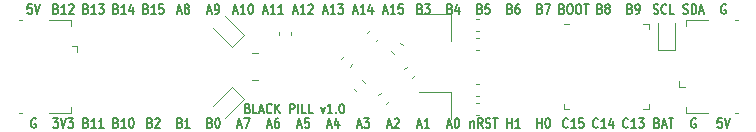
<source format=gbr>
G04 #@! TF.GenerationSoftware,KiCad,Pcbnew,(5.1.2)-2*
G04 #@! TF.CreationDate,2019-08-07T20:06:56+08:00*
G04 #@! TF.ProjectId,pillf4,70696c6c-6634-42e6-9b69-6361645f7063,rev?*
G04 #@! TF.SameCoordinates,PXffeaaef8PYff89ca48*
G04 #@! TF.FileFunction,Legend,Top*
G04 #@! TF.FilePolarity,Positive*
%FSLAX46Y46*%
G04 Gerber Fmt 4.6, Leading zero omitted, Abs format (unit mm)*
G04 Created by KiCad (PCBNEW (5.1.2)-2) date 2019-08-07 20:06:56*
%MOMM*%
%LPD*%
G04 APERTURE LIST*
%ADD10C,0.160000*%
%ADD11C,0.120000*%
G04 APERTURE END LIST*
D10*
X19547000Y-11288428D02*
X19647000Y-11327476D01*
X19680333Y-11366523D01*
X19713666Y-11444619D01*
X19713666Y-11561761D01*
X19680333Y-11639857D01*
X19647000Y-11678904D01*
X19580333Y-11717952D01*
X19313666Y-11717952D01*
X19313666Y-10897952D01*
X19547000Y-10897952D01*
X19613666Y-10937000D01*
X19647000Y-10976047D01*
X19680333Y-11054142D01*
X19680333Y-11132238D01*
X19647000Y-11210333D01*
X19613666Y-11249380D01*
X19547000Y-11288428D01*
X19313666Y-11288428D01*
X20347000Y-11717952D02*
X20013666Y-11717952D01*
X20013666Y-10897952D01*
X20547000Y-11483666D02*
X20880333Y-11483666D01*
X20480333Y-11717952D02*
X20713666Y-10897952D01*
X20947000Y-11717952D01*
X21580333Y-11639857D02*
X21547000Y-11678904D01*
X21447000Y-11717952D01*
X21380333Y-11717952D01*
X21280333Y-11678904D01*
X21213666Y-11600809D01*
X21180333Y-11522714D01*
X21147000Y-11366523D01*
X21147000Y-11249380D01*
X21180333Y-11093190D01*
X21213666Y-11015095D01*
X21280333Y-10937000D01*
X21380333Y-10897952D01*
X21447000Y-10897952D01*
X21547000Y-10937000D01*
X21580333Y-10976047D01*
X21880333Y-11717952D02*
X21880333Y-10897952D01*
X22280333Y-11717952D02*
X21980333Y-11249380D01*
X22280333Y-10897952D02*
X21880333Y-11366523D01*
X23113666Y-11717952D02*
X23113666Y-10897952D01*
X23380333Y-10897952D01*
X23447000Y-10937000D01*
X23480333Y-10976047D01*
X23513666Y-11054142D01*
X23513666Y-11171285D01*
X23480333Y-11249380D01*
X23447000Y-11288428D01*
X23380333Y-11327476D01*
X23113666Y-11327476D01*
X23813666Y-11717952D02*
X23813666Y-10897952D01*
X24480333Y-11717952D02*
X24147000Y-11717952D01*
X24147000Y-10897952D01*
X25047000Y-11717952D02*
X24713666Y-11717952D01*
X24713666Y-10897952D01*
X25747000Y-11171285D02*
X25913666Y-11717952D01*
X26080333Y-11171285D01*
X26713666Y-11717952D02*
X26313666Y-11717952D01*
X26513666Y-11717952D02*
X26513666Y-10897952D01*
X26447000Y-11015095D01*
X26380333Y-11093190D01*
X26313666Y-11132238D01*
X27013666Y-11639857D02*
X27047000Y-11678904D01*
X27013666Y-11717952D01*
X26980333Y-11678904D01*
X27013666Y-11639857D01*
X27013666Y-11717952D01*
X27480333Y-10897952D02*
X27547000Y-10897952D01*
X27613666Y-10937000D01*
X27647000Y-10976047D01*
X27680333Y-11054142D01*
X27713666Y-11210333D01*
X27713666Y-11405571D01*
X27680333Y-11561761D01*
X27647000Y-11639857D01*
X27613666Y-11678904D01*
X27547000Y-11717952D01*
X27480333Y-11717952D01*
X27413666Y-11678904D01*
X27380333Y-11639857D01*
X27347000Y-11561761D01*
X27313666Y-11405571D01*
X27313666Y-11210333D01*
X27347000Y-11054142D01*
X27380333Y-10976047D01*
X27413666Y-10937000D01*
X27480333Y-10897952D01*
X1580333Y-12163000D02*
X1513666Y-12123952D01*
X1413666Y-12123952D01*
X1313667Y-12163000D01*
X1247000Y-12241095D01*
X1213667Y-12319190D01*
X1180334Y-12475380D01*
X1180334Y-12592523D01*
X1213667Y-12748714D01*
X1247000Y-12826809D01*
X1313667Y-12904904D01*
X1413666Y-12943952D01*
X1480333Y-12943952D01*
X1580333Y-12904904D01*
X1613666Y-12865857D01*
X1613666Y-12592523D01*
X1480333Y-12592523D01*
X3070333Y-12123952D02*
X3503666Y-12123952D01*
X3270333Y-12436333D01*
X3370333Y-12436333D01*
X3437000Y-12475380D01*
X3470333Y-12514428D01*
X3503666Y-12592523D01*
X3503666Y-12787761D01*
X3470333Y-12865857D01*
X3437000Y-12904904D01*
X3370333Y-12943952D01*
X3170333Y-12943952D01*
X3103666Y-12904904D01*
X3070333Y-12865857D01*
X3703666Y-12123952D02*
X3937000Y-12943952D01*
X4170333Y-12123952D01*
X4337000Y-12123952D02*
X4770333Y-12123952D01*
X4537000Y-12436333D01*
X4637000Y-12436333D01*
X4703666Y-12475380D01*
X4737000Y-12514428D01*
X4770333Y-12592523D01*
X4770333Y-12787761D01*
X4737000Y-12865857D01*
X4703666Y-12904904D01*
X4637000Y-12943952D01*
X4437000Y-12943952D01*
X4370333Y-12904904D01*
X4337000Y-12865857D01*
X5860333Y-12514428D02*
X5960333Y-12553476D01*
X5993666Y-12592523D01*
X6027000Y-12670619D01*
X6027000Y-12787761D01*
X5993666Y-12865857D01*
X5960333Y-12904904D01*
X5893666Y-12943952D01*
X5627000Y-12943952D01*
X5627000Y-12123952D01*
X5860333Y-12123952D01*
X5927000Y-12163000D01*
X5960333Y-12202047D01*
X5993666Y-12280142D01*
X5993666Y-12358238D01*
X5960333Y-12436333D01*
X5927000Y-12475380D01*
X5860333Y-12514428D01*
X5627000Y-12514428D01*
X6693666Y-12943952D02*
X6293666Y-12943952D01*
X6493666Y-12943952D02*
X6493666Y-12123952D01*
X6427000Y-12241095D01*
X6360333Y-12319190D01*
X6293666Y-12358238D01*
X7360333Y-12943952D02*
X6960333Y-12943952D01*
X7160333Y-12943952D02*
X7160333Y-12123952D01*
X7093666Y-12241095D01*
X7027000Y-12319190D01*
X6960333Y-12358238D01*
X8400333Y-12514428D02*
X8500333Y-12553476D01*
X8533666Y-12592523D01*
X8567000Y-12670619D01*
X8567000Y-12787761D01*
X8533666Y-12865857D01*
X8500333Y-12904904D01*
X8433666Y-12943952D01*
X8167000Y-12943952D01*
X8167000Y-12123952D01*
X8400333Y-12123952D01*
X8467000Y-12163000D01*
X8500333Y-12202047D01*
X8533666Y-12280142D01*
X8533666Y-12358238D01*
X8500333Y-12436333D01*
X8467000Y-12475380D01*
X8400333Y-12514428D01*
X8167000Y-12514428D01*
X9233666Y-12943952D02*
X8833666Y-12943952D01*
X9033666Y-12943952D02*
X9033666Y-12123952D01*
X8967000Y-12241095D01*
X8900333Y-12319190D01*
X8833666Y-12358238D01*
X9667000Y-12123952D02*
X9733666Y-12123952D01*
X9800333Y-12163000D01*
X9833666Y-12202047D01*
X9867000Y-12280142D01*
X9900333Y-12436333D01*
X9900333Y-12631571D01*
X9867000Y-12787761D01*
X9833666Y-12865857D01*
X9800333Y-12904904D01*
X9733666Y-12943952D01*
X9667000Y-12943952D01*
X9600333Y-12904904D01*
X9567000Y-12865857D01*
X9533666Y-12787761D01*
X9500333Y-12631571D01*
X9500333Y-12436333D01*
X9533666Y-12280142D01*
X9567000Y-12202047D01*
X9600333Y-12163000D01*
X9667000Y-12123952D01*
X11273666Y-12514428D02*
X11373666Y-12553476D01*
X11407000Y-12592523D01*
X11440333Y-12670619D01*
X11440333Y-12787761D01*
X11407000Y-12865857D01*
X11373666Y-12904904D01*
X11307000Y-12943952D01*
X11040333Y-12943952D01*
X11040333Y-12123952D01*
X11273666Y-12123952D01*
X11340333Y-12163000D01*
X11373666Y-12202047D01*
X11407000Y-12280142D01*
X11407000Y-12358238D01*
X11373666Y-12436333D01*
X11340333Y-12475380D01*
X11273666Y-12514428D01*
X11040333Y-12514428D01*
X11707000Y-12202047D02*
X11740333Y-12163000D01*
X11807000Y-12123952D01*
X11973666Y-12123952D01*
X12040333Y-12163000D01*
X12073666Y-12202047D01*
X12107000Y-12280142D01*
X12107000Y-12358238D01*
X12073666Y-12475380D01*
X11673666Y-12943952D01*
X12107000Y-12943952D01*
X13813666Y-12514428D02*
X13913666Y-12553476D01*
X13947000Y-12592523D01*
X13980333Y-12670619D01*
X13980333Y-12787761D01*
X13947000Y-12865857D01*
X13913666Y-12904904D01*
X13847000Y-12943952D01*
X13580333Y-12943952D01*
X13580333Y-12123952D01*
X13813666Y-12123952D01*
X13880333Y-12163000D01*
X13913666Y-12202047D01*
X13947000Y-12280142D01*
X13947000Y-12358238D01*
X13913666Y-12436333D01*
X13880333Y-12475380D01*
X13813666Y-12514428D01*
X13580333Y-12514428D01*
X14647000Y-12943952D02*
X14247000Y-12943952D01*
X14447000Y-12943952D02*
X14447000Y-12123952D01*
X14380333Y-12241095D01*
X14313666Y-12319190D01*
X14247000Y-12358238D01*
X16353666Y-12514428D02*
X16453666Y-12553476D01*
X16487000Y-12592523D01*
X16520333Y-12670619D01*
X16520333Y-12787761D01*
X16487000Y-12865857D01*
X16453666Y-12904904D01*
X16387000Y-12943952D01*
X16120333Y-12943952D01*
X16120333Y-12123952D01*
X16353666Y-12123952D01*
X16420333Y-12163000D01*
X16453666Y-12202047D01*
X16487000Y-12280142D01*
X16487000Y-12358238D01*
X16453666Y-12436333D01*
X16420333Y-12475380D01*
X16353666Y-12514428D01*
X16120333Y-12514428D01*
X16953666Y-12123952D02*
X17020333Y-12123952D01*
X17087000Y-12163000D01*
X17120333Y-12202047D01*
X17153666Y-12280142D01*
X17187000Y-12436333D01*
X17187000Y-12631571D01*
X17153666Y-12787761D01*
X17120333Y-12865857D01*
X17087000Y-12904904D01*
X17020333Y-12943952D01*
X16953666Y-12943952D01*
X16887000Y-12904904D01*
X16853666Y-12865857D01*
X16820333Y-12787761D01*
X16787000Y-12631571D01*
X16787000Y-12436333D01*
X16820333Y-12280142D01*
X16853666Y-12202047D01*
X16887000Y-12163000D01*
X16953666Y-12123952D01*
X18677000Y-12709666D02*
X19010333Y-12709666D01*
X18610333Y-12943952D02*
X18843666Y-12123952D01*
X19077000Y-12943952D01*
X19243666Y-12123952D02*
X19710333Y-12123952D01*
X19410333Y-12943952D01*
X21217000Y-12709666D02*
X21550333Y-12709666D01*
X21150333Y-12943952D02*
X21383666Y-12123952D01*
X21617000Y-12943952D01*
X22150333Y-12123952D02*
X22017000Y-12123952D01*
X21950333Y-12163000D01*
X21917000Y-12202047D01*
X21850333Y-12319190D01*
X21817000Y-12475380D01*
X21817000Y-12787761D01*
X21850333Y-12865857D01*
X21883666Y-12904904D01*
X21950333Y-12943952D01*
X22083666Y-12943952D01*
X22150333Y-12904904D01*
X22183666Y-12865857D01*
X22217000Y-12787761D01*
X22217000Y-12592523D01*
X22183666Y-12514428D01*
X22150333Y-12475380D01*
X22083666Y-12436333D01*
X21950333Y-12436333D01*
X21883666Y-12475380D01*
X21850333Y-12514428D01*
X21817000Y-12592523D01*
X23757000Y-12709666D02*
X24090333Y-12709666D01*
X23690333Y-12943952D02*
X23923666Y-12123952D01*
X24157000Y-12943952D01*
X24723666Y-12123952D02*
X24390333Y-12123952D01*
X24357000Y-12514428D01*
X24390333Y-12475380D01*
X24457000Y-12436333D01*
X24623666Y-12436333D01*
X24690333Y-12475380D01*
X24723666Y-12514428D01*
X24757000Y-12592523D01*
X24757000Y-12787761D01*
X24723666Y-12865857D01*
X24690333Y-12904904D01*
X24623666Y-12943952D01*
X24457000Y-12943952D01*
X24390333Y-12904904D01*
X24357000Y-12865857D01*
X26297000Y-12709666D02*
X26630333Y-12709666D01*
X26230333Y-12943952D02*
X26463666Y-12123952D01*
X26697000Y-12943952D01*
X27230333Y-12397285D02*
X27230333Y-12943952D01*
X27063666Y-12084904D02*
X26897000Y-12670619D01*
X27330333Y-12670619D01*
X28837000Y-12709666D02*
X29170333Y-12709666D01*
X28770333Y-12943952D02*
X29003666Y-12123952D01*
X29237000Y-12943952D01*
X29403666Y-12123952D02*
X29837000Y-12123952D01*
X29603666Y-12436333D01*
X29703666Y-12436333D01*
X29770333Y-12475380D01*
X29803666Y-12514428D01*
X29837000Y-12592523D01*
X29837000Y-12787761D01*
X29803666Y-12865857D01*
X29770333Y-12904904D01*
X29703666Y-12943952D01*
X29503666Y-12943952D01*
X29437000Y-12904904D01*
X29403666Y-12865857D01*
X31377000Y-12709666D02*
X31710333Y-12709666D01*
X31310333Y-12943952D02*
X31543666Y-12123952D01*
X31777000Y-12943952D01*
X31977000Y-12202047D02*
X32010333Y-12163000D01*
X32077000Y-12123952D01*
X32243666Y-12123952D01*
X32310333Y-12163000D01*
X32343666Y-12202047D01*
X32377000Y-12280142D01*
X32377000Y-12358238D01*
X32343666Y-12475380D01*
X31943666Y-12943952D01*
X32377000Y-12943952D01*
X33917000Y-12709666D02*
X34250333Y-12709666D01*
X33850333Y-12943952D02*
X34083666Y-12123952D01*
X34317000Y-12943952D01*
X34917000Y-12943952D02*
X34517000Y-12943952D01*
X34717000Y-12943952D02*
X34717000Y-12123952D01*
X34650333Y-12241095D01*
X34583666Y-12319190D01*
X34517000Y-12358238D01*
X36457000Y-12709666D02*
X36790333Y-12709666D01*
X36390333Y-12943952D02*
X36623666Y-12123952D01*
X36857000Y-12943952D01*
X37223666Y-12123952D02*
X37290333Y-12123952D01*
X37357000Y-12163000D01*
X37390333Y-12202047D01*
X37423666Y-12280142D01*
X37457000Y-12436333D01*
X37457000Y-12631571D01*
X37423666Y-12787761D01*
X37390333Y-12865857D01*
X37357000Y-12904904D01*
X37290333Y-12943952D01*
X37223666Y-12943952D01*
X37157000Y-12904904D01*
X37123666Y-12865857D01*
X37090333Y-12787761D01*
X37057000Y-12631571D01*
X37057000Y-12436333D01*
X37090333Y-12280142D01*
X37123666Y-12202047D01*
X37157000Y-12163000D01*
X37223666Y-12123952D01*
X38397000Y-12397285D02*
X38397000Y-12943952D01*
X38397000Y-12475380D02*
X38430333Y-12436333D01*
X38497000Y-12397285D01*
X38597000Y-12397285D01*
X38663666Y-12436333D01*
X38697000Y-12514428D01*
X38697000Y-12943952D01*
X39430333Y-12943952D02*
X39197000Y-12553476D01*
X39030333Y-12943952D02*
X39030333Y-12123952D01*
X39297000Y-12123952D01*
X39363666Y-12163000D01*
X39397000Y-12202047D01*
X39430333Y-12280142D01*
X39430333Y-12397285D01*
X39397000Y-12475380D01*
X39363666Y-12514428D01*
X39297000Y-12553476D01*
X39030333Y-12553476D01*
X39697000Y-12904904D02*
X39797000Y-12943952D01*
X39963666Y-12943952D01*
X40030333Y-12904904D01*
X40063666Y-12865857D01*
X40097000Y-12787761D01*
X40097000Y-12709666D01*
X40063666Y-12631571D01*
X40030333Y-12592523D01*
X39963666Y-12553476D01*
X39830333Y-12514428D01*
X39763666Y-12475380D01*
X39730333Y-12436333D01*
X39697000Y-12358238D01*
X39697000Y-12280142D01*
X39730333Y-12202047D01*
X39763666Y-12163000D01*
X39830333Y-12123952D01*
X39997000Y-12123952D01*
X40097000Y-12163000D01*
X40297000Y-12123952D02*
X40697000Y-12123952D01*
X40497000Y-12943952D02*
X40497000Y-12123952D01*
X41503666Y-12943952D02*
X41503666Y-12123952D01*
X41503666Y-12514428D02*
X41903666Y-12514428D01*
X41903666Y-12943952D02*
X41903666Y-12123952D01*
X42603666Y-12943952D02*
X42203666Y-12943952D01*
X42403666Y-12943952D02*
X42403666Y-12123952D01*
X42337000Y-12241095D01*
X42270333Y-12319190D01*
X42203666Y-12358238D01*
X44043666Y-12943952D02*
X44043666Y-12123952D01*
X44043666Y-12514428D02*
X44443666Y-12514428D01*
X44443666Y-12943952D02*
X44443666Y-12123952D01*
X44910333Y-12123952D02*
X44977000Y-12123952D01*
X45043666Y-12163000D01*
X45077000Y-12202047D01*
X45110333Y-12280142D01*
X45143666Y-12436333D01*
X45143666Y-12631571D01*
X45110333Y-12787761D01*
X45077000Y-12865857D01*
X45043666Y-12904904D01*
X44977000Y-12943952D01*
X44910333Y-12943952D01*
X44843666Y-12904904D01*
X44810333Y-12865857D01*
X44777000Y-12787761D01*
X44743666Y-12631571D01*
X44743666Y-12436333D01*
X44777000Y-12280142D01*
X44810333Y-12202047D01*
X44843666Y-12163000D01*
X44910333Y-12123952D01*
X46667000Y-12865857D02*
X46633666Y-12904904D01*
X46533666Y-12943952D01*
X46467000Y-12943952D01*
X46367000Y-12904904D01*
X46300333Y-12826809D01*
X46267000Y-12748714D01*
X46233666Y-12592523D01*
X46233666Y-12475380D01*
X46267000Y-12319190D01*
X46300333Y-12241095D01*
X46367000Y-12163000D01*
X46467000Y-12123952D01*
X46533666Y-12123952D01*
X46633666Y-12163000D01*
X46667000Y-12202047D01*
X47333666Y-12943952D02*
X46933666Y-12943952D01*
X47133666Y-12943952D02*
X47133666Y-12123952D01*
X47067000Y-12241095D01*
X47000333Y-12319190D01*
X46933666Y-12358238D01*
X47967000Y-12123952D02*
X47633666Y-12123952D01*
X47600333Y-12514428D01*
X47633666Y-12475380D01*
X47700333Y-12436333D01*
X47867000Y-12436333D01*
X47933666Y-12475380D01*
X47967000Y-12514428D01*
X48000333Y-12592523D01*
X48000333Y-12787761D01*
X47967000Y-12865857D01*
X47933666Y-12904904D01*
X47867000Y-12943952D01*
X47700333Y-12943952D01*
X47633666Y-12904904D01*
X47600333Y-12865857D01*
X49207000Y-12865857D02*
X49173666Y-12904904D01*
X49073666Y-12943952D01*
X49007000Y-12943952D01*
X48907000Y-12904904D01*
X48840333Y-12826809D01*
X48807000Y-12748714D01*
X48773666Y-12592523D01*
X48773666Y-12475380D01*
X48807000Y-12319190D01*
X48840333Y-12241095D01*
X48907000Y-12163000D01*
X49007000Y-12123952D01*
X49073666Y-12123952D01*
X49173666Y-12163000D01*
X49207000Y-12202047D01*
X49873666Y-12943952D02*
X49473666Y-12943952D01*
X49673666Y-12943952D02*
X49673666Y-12123952D01*
X49607000Y-12241095D01*
X49540333Y-12319190D01*
X49473666Y-12358238D01*
X50473666Y-12397285D02*
X50473666Y-12943952D01*
X50307000Y-12084904D02*
X50140333Y-12670619D01*
X50573666Y-12670619D01*
X51747000Y-12865857D02*
X51713666Y-12904904D01*
X51613666Y-12943952D01*
X51547000Y-12943952D01*
X51447000Y-12904904D01*
X51380333Y-12826809D01*
X51347000Y-12748714D01*
X51313666Y-12592523D01*
X51313666Y-12475380D01*
X51347000Y-12319190D01*
X51380333Y-12241095D01*
X51447000Y-12163000D01*
X51547000Y-12123952D01*
X51613666Y-12123952D01*
X51713666Y-12163000D01*
X51747000Y-12202047D01*
X52413666Y-12943952D02*
X52013666Y-12943952D01*
X52213666Y-12943952D02*
X52213666Y-12123952D01*
X52147000Y-12241095D01*
X52080333Y-12319190D01*
X52013666Y-12358238D01*
X52647000Y-12123952D02*
X53080333Y-12123952D01*
X52847000Y-12436333D01*
X52947000Y-12436333D01*
X53013666Y-12475380D01*
X53047000Y-12514428D01*
X53080333Y-12592523D01*
X53080333Y-12787761D01*
X53047000Y-12865857D01*
X53013666Y-12904904D01*
X52947000Y-12943952D01*
X52747000Y-12943952D01*
X52680333Y-12904904D01*
X52647000Y-12865857D01*
X54220333Y-12514428D02*
X54320333Y-12553476D01*
X54353666Y-12592523D01*
X54387000Y-12670619D01*
X54387000Y-12787761D01*
X54353666Y-12865857D01*
X54320333Y-12904904D01*
X54253666Y-12943952D01*
X53987000Y-12943952D01*
X53987000Y-12123952D01*
X54220333Y-12123952D01*
X54287000Y-12163000D01*
X54320333Y-12202047D01*
X54353666Y-12280142D01*
X54353666Y-12358238D01*
X54320333Y-12436333D01*
X54287000Y-12475380D01*
X54220333Y-12514428D01*
X53987000Y-12514428D01*
X54653666Y-12709666D02*
X54987000Y-12709666D01*
X54587000Y-12943952D02*
X54820333Y-12123952D01*
X55053666Y-12943952D01*
X55187000Y-12123952D02*
X55587000Y-12123952D01*
X55387000Y-12943952D02*
X55387000Y-12123952D01*
X57460333Y-12163000D02*
X57393666Y-12123952D01*
X57293666Y-12123952D01*
X57193666Y-12163000D01*
X57127000Y-12241095D01*
X57093666Y-12319190D01*
X57060333Y-12475380D01*
X57060333Y-12592523D01*
X57093666Y-12748714D01*
X57127000Y-12826809D01*
X57193666Y-12904904D01*
X57293666Y-12943952D01*
X57360333Y-12943952D01*
X57460333Y-12904904D01*
X57493666Y-12865857D01*
X57493666Y-12592523D01*
X57360333Y-12592523D01*
X59683666Y-12123952D02*
X59350333Y-12123952D01*
X59317000Y-12514428D01*
X59350333Y-12475380D01*
X59417000Y-12436333D01*
X59583666Y-12436333D01*
X59650333Y-12475380D01*
X59683666Y-12514428D01*
X59717000Y-12592523D01*
X59717000Y-12787761D01*
X59683666Y-12865857D01*
X59650333Y-12904904D01*
X59583666Y-12943952D01*
X59417000Y-12943952D01*
X59350333Y-12904904D01*
X59317000Y-12865857D01*
X59917000Y-12123952D02*
X60150333Y-12943952D01*
X60383666Y-12123952D01*
X60000333Y-2511000D02*
X59933666Y-2471953D01*
X59833666Y-2471953D01*
X59733666Y-2511000D01*
X59667000Y-2589096D01*
X59633666Y-2667191D01*
X59600333Y-2823381D01*
X59600333Y-2940524D01*
X59633666Y-3096715D01*
X59667000Y-3174810D01*
X59733666Y-3252905D01*
X59833666Y-3291953D01*
X59900333Y-3291953D01*
X60000333Y-3252905D01*
X60033666Y-3213858D01*
X60033666Y-2940524D01*
X59900333Y-2940524D01*
X56427000Y-3252905D02*
X56527000Y-3291953D01*
X56693666Y-3291953D01*
X56760333Y-3252905D01*
X56793666Y-3213858D01*
X56827000Y-3135762D01*
X56827000Y-3057667D01*
X56793666Y-2979572D01*
X56760333Y-2940524D01*
X56693666Y-2901477D01*
X56560333Y-2862429D01*
X56493666Y-2823381D01*
X56460333Y-2784334D01*
X56427000Y-2706239D01*
X56427000Y-2628143D01*
X56460333Y-2550048D01*
X56493666Y-2511000D01*
X56560333Y-2471953D01*
X56727000Y-2471953D01*
X56827000Y-2511000D01*
X57127000Y-3291953D02*
X57127000Y-2471953D01*
X57293666Y-2471953D01*
X57393666Y-2511000D01*
X57460333Y-2589096D01*
X57493666Y-2667191D01*
X57527000Y-2823381D01*
X57527000Y-2940524D01*
X57493666Y-3096715D01*
X57460333Y-3174810D01*
X57393666Y-3252905D01*
X57293666Y-3291953D01*
X57127000Y-3291953D01*
X57793666Y-3057667D02*
X58127000Y-3057667D01*
X57727000Y-3291953D02*
X57960333Y-2471953D01*
X58193666Y-3291953D01*
X53903666Y-3252905D02*
X54003666Y-3291953D01*
X54170333Y-3291953D01*
X54237000Y-3252905D01*
X54270333Y-3213858D01*
X54303666Y-3135762D01*
X54303666Y-3057667D01*
X54270333Y-2979572D01*
X54237000Y-2940524D01*
X54170333Y-2901477D01*
X54037000Y-2862429D01*
X53970333Y-2823381D01*
X53937000Y-2784334D01*
X53903666Y-2706239D01*
X53903666Y-2628143D01*
X53937000Y-2550048D01*
X53970333Y-2511000D01*
X54037000Y-2471953D01*
X54203666Y-2471953D01*
X54303666Y-2511000D01*
X55003666Y-3213858D02*
X54970333Y-3252905D01*
X54870333Y-3291953D01*
X54803666Y-3291953D01*
X54703666Y-3252905D01*
X54637000Y-3174810D01*
X54603666Y-3096715D01*
X54570333Y-2940524D01*
X54570333Y-2823381D01*
X54603666Y-2667191D01*
X54637000Y-2589096D01*
X54703666Y-2511000D01*
X54803666Y-2471953D01*
X54870333Y-2471953D01*
X54970333Y-2511000D01*
X55003666Y-2550048D01*
X55637000Y-3291953D02*
X55303666Y-3291953D01*
X55303666Y-2471953D01*
X51913666Y-2862429D02*
X52013666Y-2901477D01*
X52047000Y-2940524D01*
X52080333Y-3018620D01*
X52080333Y-3135762D01*
X52047000Y-3213858D01*
X52013666Y-3252905D01*
X51947000Y-3291953D01*
X51680333Y-3291953D01*
X51680333Y-2471953D01*
X51913666Y-2471953D01*
X51980333Y-2511000D01*
X52013666Y-2550048D01*
X52047000Y-2628143D01*
X52047000Y-2706239D01*
X52013666Y-2784334D01*
X51980333Y-2823381D01*
X51913666Y-2862429D01*
X51680333Y-2862429D01*
X52413666Y-3291953D02*
X52547000Y-3291953D01*
X52613666Y-3252905D01*
X52647000Y-3213858D01*
X52713666Y-3096715D01*
X52747000Y-2940524D01*
X52747000Y-2628143D01*
X52713666Y-2550048D01*
X52680333Y-2511000D01*
X52613666Y-2471953D01*
X52480333Y-2471953D01*
X52413666Y-2511000D01*
X52380333Y-2550048D01*
X52347000Y-2628143D01*
X52347000Y-2823381D01*
X52380333Y-2901477D01*
X52413666Y-2940524D01*
X52480333Y-2979572D01*
X52613666Y-2979572D01*
X52680333Y-2940524D01*
X52713666Y-2901477D01*
X52747000Y-2823381D01*
X49373666Y-2862429D02*
X49473666Y-2901477D01*
X49507000Y-2940524D01*
X49540333Y-3018620D01*
X49540333Y-3135762D01*
X49507000Y-3213858D01*
X49473666Y-3252905D01*
X49407000Y-3291953D01*
X49140333Y-3291953D01*
X49140333Y-2471953D01*
X49373666Y-2471953D01*
X49440333Y-2511000D01*
X49473666Y-2550048D01*
X49507000Y-2628143D01*
X49507000Y-2706239D01*
X49473666Y-2784334D01*
X49440333Y-2823381D01*
X49373666Y-2862429D01*
X49140333Y-2862429D01*
X49940333Y-2823381D02*
X49873666Y-2784334D01*
X49840333Y-2745286D01*
X49807000Y-2667191D01*
X49807000Y-2628143D01*
X49840333Y-2550048D01*
X49873666Y-2511000D01*
X49940333Y-2471953D01*
X50073666Y-2471953D01*
X50140333Y-2511000D01*
X50173666Y-2550048D01*
X50207000Y-2628143D01*
X50207000Y-2667191D01*
X50173666Y-2745286D01*
X50140333Y-2784334D01*
X50073666Y-2823381D01*
X49940333Y-2823381D01*
X49873666Y-2862429D01*
X49840333Y-2901477D01*
X49807000Y-2979572D01*
X49807000Y-3135762D01*
X49840333Y-3213858D01*
X49873666Y-3252905D01*
X49940333Y-3291953D01*
X50073666Y-3291953D01*
X50140333Y-3252905D01*
X50173666Y-3213858D01*
X50207000Y-3135762D01*
X50207000Y-2979572D01*
X50173666Y-2901477D01*
X50140333Y-2862429D01*
X50073666Y-2823381D01*
X46167000Y-2862429D02*
X46267000Y-2901477D01*
X46300333Y-2940524D01*
X46333666Y-3018620D01*
X46333666Y-3135762D01*
X46300333Y-3213858D01*
X46267000Y-3252905D01*
X46200333Y-3291953D01*
X45933666Y-3291953D01*
X45933666Y-2471953D01*
X46167000Y-2471953D01*
X46233666Y-2511000D01*
X46267000Y-2550048D01*
X46300333Y-2628143D01*
X46300333Y-2706239D01*
X46267000Y-2784334D01*
X46233666Y-2823381D01*
X46167000Y-2862429D01*
X45933666Y-2862429D01*
X46767000Y-2471953D02*
X46900333Y-2471953D01*
X46967000Y-2511000D01*
X47033666Y-2589096D01*
X47067000Y-2745286D01*
X47067000Y-3018620D01*
X47033666Y-3174810D01*
X46967000Y-3252905D01*
X46900333Y-3291953D01*
X46767000Y-3291953D01*
X46700333Y-3252905D01*
X46633666Y-3174810D01*
X46600333Y-3018620D01*
X46600333Y-2745286D01*
X46633666Y-2589096D01*
X46700333Y-2511000D01*
X46767000Y-2471953D01*
X47500333Y-2471953D02*
X47633666Y-2471953D01*
X47700333Y-2511000D01*
X47767000Y-2589096D01*
X47800333Y-2745286D01*
X47800333Y-3018620D01*
X47767000Y-3174810D01*
X47700333Y-3252905D01*
X47633666Y-3291953D01*
X47500333Y-3291953D01*
X47433666Y-3252905D01*
X47367000Y-3174810D01*
X47333666Y-3018620D01*
X47333666Y-2745286D01*
X47367000Y-2589096D01*
X47433666Y-2511000D01*
X47500333Y-2471953D01*
X48000333Y-2471953D02*
X48400333Y-2471953D01*
X48200333Y-3291953D02*
X48200333Y-2471953D01*
X44293666Y-2862429D02*
X44393666Y-2901477D01*
X44427000Y-2940524D01*
X44460333Y-3018620D01*
X44460333Y-3135762D01*
X44427000Y-3213858D01*
X44393666Y-3252905D01*
X44327000Y-3291953D01*
X44060333Y-3291953D01*
X44060333Y-2471953D01*
X44293666Y-2471953D01*
X44360333Y-2511000D01*
X44393666Y-2550048D01*
X44427000Y-2628143D01*
X44427000Y-2706239D01*
X44393666Y-2784334D01*
X44360333Y-2823381D01*
X44293666Y-2862429D01*
X44060333Y-2862429D01*
X44693666Y-2471953D02*
X45160333Y-2471953D01*
X44860333Y-3291953D01*
X41753666Y-2862429D02*
X41853666Y-2901477D01*
X41887000Y-2940524D01*
X41920333Y-3018620D01*
X41920333Y-3135762D01*
X41887000Y-3213858D01*
X41853666Y-3252905D01*
X41787000Y-3291953D01*
X41520333Y-3291953D01*
X41520333Y-2471953D01*
X41753666Y-2471953D01*
X41820333Y-2511000D01*
X41853666Y-2550048D01*
X41887000Y-2628143D01*
X41887000Y-2706239D01*
X41853666Y-2784334D01*
X41820333Y-2823381D01*
X41753666Y-2862429D01*
X41520333Y-2862429D01*
X42520333Y-2471953D02*
X42387000Y-2471953D01*
X42320333Y-2511000D01*
X42287000Y-2550048D01*
X42220333Y-2667191D01*
X42187000Y-2823381D01*
X42187000Y-3135762D01*
X42220333Y-3213858D01*
X42253666Y-3252905D01*
X42320333Y-3291953D01*
X42453666Y-3291953D01*
X42520333Y-3252905D01*
X42553666Y-3213858D01*
X42587000Y-3135762D01*
X42587000Y-2940524D01*
X42553666Y-2862429D01*
X42520333Y-2823381D01*
X42453666Y-2784334D01*
X42320333Y-2784334D01*
X42253666Y-2823381D01*
X42220333Y-2862429D01*
X42187000Y-2940524D01*
X39213666Y-2862429D02*
X39313666Y-2901477D01*
X39347000Y-2940524D01*
X39380333Y-3018620D01*
X39380333Y-3135762D01*
X39347000Y-3213858D01*
X39313666Y-3252905D01*
X39247000Y-3291953D01*
X38980333Y-3291953D01*
X38980333Y-2471953D01*
X39213666Y-2471953D01*
X39280333Y-2511000D01*
X39313666Y-2550048D01*
X39347000Y-2628143D01*
X39347000Y-2706239D01*
X39313666Y-2784334D01*
X39280333Y-2823381D01*
X39213666Y-2862429D01*
X38980333Y-2862429D01*
X40013666Y-2471953D02*
X39680333Y-2471953D01*
X39647000Y-2862429D01*
X39680333Y-2823381D01*
X39747000Y-2784334D01*
X39913666Y-2784334D01*
X39980333Y-2823381D01*
X40013666Y-2862429D01*
X40047000Y-2940524D01*
X40047000Y-3135762D01*
X40013666Y-3213858D01*
X39980333Y-3252905D01*
X39913666Y-3291953D01*
X39747000Y-3291953D01*
X39680333Y-3252905D01*
X39647000Y-3213858D01*
X36673666Y-2862429D02*
X36773666Y-2901477D01*
X36807000Y-2940524D01*
X36840333Y-3018620D01*
X36840333Y-3135762D01*
X36807000Y-3213858D01*
X36773666Y-3252905D01*
X36707000Y-3291953D01*
X36440333Y-3291953D01*
X36440333Y-2471953D01*
X36673666Y-2471953D01*
X36740333Y-2511000D01*
X36773666Y-2550048D01*
X36807000Y-2628143D01*
X36807000Y-2706239D01*
X36773666Y-2784334D01*
X36740333Y-2823381D01*
X36673666Y-2862429D01*
X36440333Y-2862429D01*
X37440333Y-2745286D02*
X37440333Y-3291953D01*
X37273666Y-2432905D02*
X37107000Y-3018620D01*
X37540333Y-3018620D01*
X34133666Y-2862429D02*
X34233666Y-2901477D01*
X34267000Y-2940524D01*
X34300333Y-3018620D01*
X34300333Y-3135762D01*
X34267000Y-3213858D01*
X34233666Y-3252905D01*
X34167000Y-3291953D01*
X33900333Y-3291953D01*
X33900333Y-2471953D01*
X34133666Y-2471953D01*
X34200333Y-2511000D01*
X34233666Y-2550048D01*
X34267000Y-2628143D01*
X34267000Y-2706239D01*
X34233666Y-2784334D01*
X34200333Y-2823381D01*
X34133666Y-2862429D01*
X33900333Y-2862429D01*
X34533666Y-2471953D02*
X34967000Y-2471953D01*
X34733666Y-2784334D01*
X34833666Y-2784334D01*
X34900333Y-2823381D01*
X34933666Y-2862429D01*
X34967000Y-2940524D01*
X34967000Y-3135762D01*
X34933666Y-3213858D01*
X34900333Y-3252905D01*
X34833666Y-3291953D01*
X34633666Y-3291953D01*
X34567000Y-3252905D01*
X34533666Y-3213858D01*
X31043666Y-3057667D02*
X31377000Y-3057667D01*
X30977000Y-3291953D02*
X31210333Y-2471953D01*
X31443666Y-3291953D01*
X32043666Y-3291953D02*
X31643666Y-3291953D01*
X31843666Y-3291953D02*
X31843666Y-2471953D01*
X31777000Y-2589096D01*
X31710333Y-2667191D01*
X31643666Y-2706239D01*
X32677000Y-2471953D02*
X32343666Y-2471953D01*
X32310333Y-2862429D01*
X32343666Y-2823381D01*
X32410333Y-2784334D01*
X32577000Y-2784334D01*
X32643666Y-2823381D01*
X32677000Y-2862429D01*
X32710333Y-2940524D01*
X32710333Y-3135762D01*
X32677000Y-3213858D01*
X32643666Y-3252905D01*
X32577000Y-3291953D01*
X32410333Y-3291953D01*
X32343666Y-3252905D01*
X32310333Y-3213858D01*
X28503666Y-3057667D02*
X28837000Y-3057667D01*
X28437000Y-3291953D02*
X28670333Y-2471953D01*
X28903666Y-3291953D01*
X29503666Y-3291953D02*
X29103666Y-3291953D01*
X29303666Y-3291953D02*
X29303666Y-2471953D01*
X29237000Y-2589096D01*
X29170333Y-2667191D01*
X29103666Y-2706239D01*
X30103666Y-2745286D02*
X30103666Y-3291953D01*
X29937000Y-2432905D02*
X29770333Y-3018620D01*
X30203666Y-3018620D01*
X25963666Y-3057667D02*
X26297000Y-3057667D01*
X25897000Y-3291953D02*
X26130333Y-2471953D01*
X26363666Y-3291953D01*
X26963666Y-3291953D02*
X26563666Y-3291953D01*
X26763666Y-3291953D02*
X26763666Y-2471953D01*
X26697000Y-2589096D01*
X26630333Y-2667191D01*
X26563666Y-2706239D01*
X27197000Y-2471953D02*
X27630333Y-2471953D01*
X27397000Y-2784334D01*
X27497000Y-2784334D01*
X27563666Y-2823381D01*
X27597000Y-2862429D01*
X27630333Y-2940524D01*
X27630333Y-3135762D01*
X27597000Y-3213858D01*
X27563666Y-3252905D01*
X27497000Y-3291953D01*
X27297000Y-3291953D01*
X27230333Y-3252905D01*
X27197000Y-3213858D01*
X23423666Y-3057667D02*
X23757000Y-3057667D01*
X23357000Y-3291953D02*
X23590333Y-2471953D01*
X23823666Y-3291953D01*
X24423666Y-3291953D02*
X24023666Y-3291953D01*
X24223666Y-3291953D02*
X24223666Y-2471953D01*
X24157000Y-2589096D01*
X24090333Y-2667191D01*
X24023666Y-2706239D01*
X24690333Y-2550048D02*
X24723666Y-2511000D01*
X24790333Y-2471953D01*
X24957000Y-2471953D01*
X25023666Y-2511000D01*
X25057000Y-2550048D01*
X25090333Y-2628143D01*
X25090333Y-2706239D01*
X25057000Y-2823381D01*
X24657000Y-3291953D01*
X25090333Y-3291953D01*
X20883666Y-3057667D02*
X21217000Y-3057667D01*
X20817000Y-3291953D02*
X21050333Y-2471953D01*
X21283666Y-3291953D01*
X21883666Y-3291953D02*
X21483666Y-3291953D01*
X21683666Y-3291953D02*
X21683666Y-2471953D01*
X21617000Y-2589096D01*
X21550333Y-2667191D01*
X21483666Y-2706239D01*
X22550333Y-3291953D02*
X22150333Y-3291953D01*
X22350333Y-3291953D02*
X22350333Y-2471953D01*
X22283666Y-2589096D01*
X22217000Y-2667191D01*
X22150333Y-2706239D01*
X18343666Y-3057667D02*
X18677000Y-3057667D01*
X18277000Y-3291953D02*
X18510333Y-2471953D01*
X18743666Y-3291953D01*
X19343666Y-3291953D02*
X18943666Y-3291953D01*
X19143666Y-3291953D02*
X19143666Y-2471953D01*
X19077000Y-2589096D01*
X19010333Y-2667191D01*
X18943666Y-2706239D01*
X19777000Y-2471953D02*
X19843666Y-2471953D01*
X19910333Y-2511000D01*
X19943666Y-2550048D01*
X19977000Y-2628143D01*
X20010333Y-2784334D01*
X20010333Y-2979572D01*
X19977000Y-3135762D01*
X19943666Y-3213858D01*
X19910333Y-3252905D01*
X19843666Y-3291953D01*
X19777000Y-3291953D01*
X19710333Y-3252905D01*
X19677000Y-3213858D01*
X19643666Y-3135762D01*
X19610333Y-2979572D01*
X19610333Y-2784334D01*
X19643666Y-2628143D01*
X19677000Y-2550048D01*
X19710333Y-2511000D01*
X19777000Y-2471953D01*
X16137000Y-3057667D02*
X16470333Y-3057667D01*
X16070333Y-3291953D02*
X16303666Y-2471953D01*
X16537000Y-3291953D01*
X16803666Y-3291953D02*
X16937000Y-3291953D01*
X17003666Y-3252905D01*
X17037000Y-3213858D01*
X17103666Y-3096715D01*
X17137000Y-2940524D01*
X17137000Y-2628143D01*
X17103666Y-2550048D01*
X17070333Y-2511000D01*
X17003666Y-2471953D01*
X16870333Y-2471953D01*
X16803666Y-2511000D01*
X16770333Y-2550048D01*
X16737000Y-2628143D01*
X16737000Y-2823381D01*
X16770333Y-2901477D01*
X16803666Y-2940524D01*
X16870333Y-2979572D01*
X17003666Y-2979572D01*
X17070333Y-2940524D01*
X17103666Y-2901477D01*
X17137000Y-2823381D01*
X13597000Y-3057667D02*
X13930333Y-3057667D01*
X13530333Y-3291953D02*
X13763666Y-2471953D01*
X13997000Y-3291953D01*
X14330333Y-2823381D02*
X14263666Y-2784334D01*
X14230333Y-2745286D01*
X14197000Y-2667191D01*
X14197000Y-2628143D01*
X14230333Y-2550048D01*
X14263666Y-2511000D01*
X14330333Y-2471953D01*
X14463666Y-2471953D01*
X14530333Y-2511000D01*
X14563666Y-2550048D01*
X14597000Y-2628143D01*
X14597000Y-2667191D01*
X14563666Y-2745286D01*
X14530333Y-2784334D01*
X14463666Y-2823381D01*
X14330333Y-2823381D01*
X14263666Y-2862429D01*
X14230333Y-2901477D01*
X14197000Y-2979572D01*
X14197000Y-3135762D01*
X14230333Y-3213858D01*
X14263666Y-3252905D01*
X14330333Y-3291953D01*
X14463666Y-3291953D01*
X14530333Y-3252905D01*
X14563666Y-3213858D01*
X14597000Y-3135762D01*
X14597000Y-2979572D01*
X14563666Y-2901477D01*
X14530333Y-2862429D01*
X14463666Y-2823381D01*
X10940333Y-2862429D02*
X11040333Y-2901477D01*
X11073666Y-2940524D01*
X11107000Y-3018620D01*
X11107000Y-3135762D01*
X11073666Y-3213858D01*
X11040333Y-3252905D01*
X10973666Y-3291953D01*
X10707000Y-3291953D01*
X10707000Y-2471953D01*
X10940333Y-2471953D01*
X11007000Y-2511000D01*
X11040333Y-2550048D01*
X11073666Y-2628143D01*
X11073666Y-2706239D01*
X11040333Y-2784334D01*
X11007000Y-2823381D01*
X10940333Y-2862429D01*
X10707000Y-2862429D01*
X11773666Y-3291953D02*
X11373666Y-3291953D01*
X11573666Y-3291953D02*
X11573666Y-2471953D01*
X11507000Y-2589096D01*
X11440333Y-2667191D01*
X11373666Y-2706239D01*
X12407000Y-2471953D02*
X12073666Y-2471953D01*
X12040333Y-2862429D01*
X12073666Y-2823381D01*
X12140333Y-2784334D01*
X12307000Y-2784334D01*
X12373666Y-2823381D01*
X12407000Y-2862429D01*
X12440333Y-2940524D01*
X12440333Y-3135762D01*
X12407000Y-3213858D01*
X12373666Y-3252905D01*
X12307000Y-3291953D01*
X12140333Y-3291953D01*
X12073666Y-3252905D01*
X12040333Y-3213858D01*
X8400333Y-2862429D02*
X8500333Y-2901477D01*
X8533666Y-2940524D01*
X8567000Y-3018620D01*
X8567000Y-3135762D01*
X8533666Y-3213858D01*
X8500333Y-3252905D01*
X8433666Y-3291953D01*
X8167000Y-3291953D01*
X8167000Y-2471953D01*
X8400333Y-2471953D01*
X8467000Y-2511000D01*
X8500333Y-2550048D01*
X8533666Y-2628143D01*
X8533666Y-2706239D01*
X8500333Y-2784334D01*
X8467000Y-2823381D01*
X8400333Y-2862429D01*
X8167000Y-2862429D01*
X9233666Y-3291953D02*
X8833666Y-3291953D01*
X9033666Y-3291953D02*
X9033666Y-2471953D01*
X8967000Y-2589096D01*
X8900333Y-2667191D01*
X8833666Y-2706239D01*
X9833666Y-2745286D02*
X9833666Y-3291953D01*
X9667000Y-2432905D02*
X9500333Y-3018620D01*
X9933666Y-3018620D01*
X5860333Y-2862429D02*
X5960333Y-2901477D01*
X5993666Y-2940524D01*
X6027000Y-3018620D01*
X6027000Y-3135762D01*
X5993666Y-3213858D01*
X5960333Y-3252905D01*
X5893666Y-3291953D01*
X5627000Y-3291953D01*
X5627000Y-2471953D01*
X5860333Y-2471953D01*
X5927000Y-2511000D01*
X5960333Y-2550048D01*
X5993666Y-2628143D01*
X5993666Y-2706239D01*
X5960333Y-2784334D01*
X5927000Y-2823381D01*
X5860333Y-2862429D01*
X5627000Y-2862429D01*
X6693666Y-3291953D02*
X6293666Y-3291953D01*
X6493666Y-3291953D02*
X6493666Y-2471953D01*
X6427000Y-2589096D01*
X6360333Y-2667191D01*
X6293666Y-2706239D01*
X6927000Y-2471953D02*
X7360333Y-2471953D01*
X7127000Y-2784334D01*
X7227000Y-2784334D01*
X7293666Y-2823381D01*
X7327000Y-2862429D01*
X7360333Y-2940524D01*
X7360333Y-3135762D01*
X7327000Y-3213858D01*
X7293666Y-3252905D01*
X7227000Y-3291953D01*
X7027000Y-3291953D01*
X6960333Y-3252905D01*
X6927000Y-3213858D01*
X3320333Y-2862429D02*
X3420333Y-2901477D01*
X3453666Y-2940524D01*
X3487000Y-3018620D01*
X3487000Y-3135762D01*
X3453666Y-3213858D01*
X3420333Y-3252905D01*
X3353666Y-3291953D01*
X3087000Y-3291953D01*
X3087000Y-2471953D01*
X3320333Y-2471953D01*
X3387000Y-2511000D01*
X3420333Y-2550048D01*
X3453666Y-2628143D01*
X3453666Y-2706239D01*
X3420333Y-2784334D01*
X3387000Y-2823381D01*
X3320333Y-2862429D01*
X3087000Y-2862429D01*
X4153666Y-3291953D02*
X3753666Y-3291953D01*
X3953666Y-3291953D02*
X3953666Y-2471953D01*
X3887000Y-2589096D01*
X3820333Y-2667191D01*
X3753666Y-2706239D01*
X4420333Y-2550048D02*
X4453666Y-2511000D01*
X4520333Y-2471953D01*
X4687000Y-2471953D01*
X4753666Y-2511000D01*
X4787000Y-2550048D01*
X4820333Y-2628143D01*
X4820333Y-2706239D01*
X4787000Y-2823381D01*
X4387000Y-3291953D01*
X4820333Y-3291953D01*
X1263667Y-2471953D02*
X930334Y-2471953D01*
X897001Y-2862429D01*
X930334Y-2823381D01*
X997001Y-2784334D01*
X1163667Y-2784334D01*
X1230334Y-2823381D01*
X1263667Y-2862429D01*
X1297000Y-2940524D01*
X1297000Y-3135762D01*
X1263667Y-3213858D01*
X1230334Y-3252905D01*
X1163667Y-3291953D01*
X997001Y-3291953D01*
X930334Y-3252905D01*
X897001Y-3213858D01*
X1497000Y-2471953D02*
X1730333Y-3291953D01*
X1963666Y-2471953D01*
X1263667Y-2471953D02*
X930334Y-2471953D01*
X897001Y-2862429D01*
X930334Y-2823381D01*
X997001Y-2784334D01*
X1163667Y-2784334D01*
X1230334Y-2823381D01*
X1263667Y-2862429D01*
X1297000Y-2940524D01*
X1297000Y-3135762D01*
X1263667Y-3213858D01*
X1230334Y-3252905D01*
X1163667Y-3291953D01*
X997001Y-3291953D01*
X930334Y-3252905D01*
X897001Y-3213858D01*
X1497000Y-2471953D02*
X1730333Y-3291953D01*
X1963666Y-2471953D01*
D11*
X20447000Y-8887000D02*
X19947000Y-8887000D01*
X20447000Y-6607000D02*
X19947000Y-6607000D01*
X18227330Y-9477223D02*
X16611591Y-11092962D01*
X19266777Y-10516670D02*
X18227330Y-9477223D01*
X17651038Y-12132409D02*
X19266777Y-10516670D01*
X55732000Y-6332000D02*
X55732000Y-4047000D01*
X54262000Y-6332000D02*
X55732000Y-6332000D01*
X54262000Y-4047000D02*
X54262000Y-6332000D01*
X19266777Y-5077330D02*
X17651038Y-3461591D01*
X18227330Y-6116777D02*
X19266777Y-5077330D01*
X16611591Y-4501038D02*
X18227330Y-6116777D01*
X36747000Y-9897000D02*
X34047000Y-9897000D01*
X36747000Y-12197000D02*
X36747000Y-9897000D01*
X56084500Y-9447000D02*
X56534500Y-9447000D01*
X56084500Y-9447000D02*
X56084500Y-8997000D01*
X56634500Y-3847000D02*
X56634500Y-4297000D01*
X58484500Y-3847000D02*
X56634500Y-3847000D01*
X61034500Y-11647000D02*
X60784500Y-11647000D01*
X61034500Y-3847000D02*
X60784500Y-3847000D01*
X58484500Y-11647000D02*
X56634500Y-11647000D01*
X56634500Y-11647000D02*
X56634500Y-11197000D01*
X31293489Y-10909733D02*
X31523694Y-10679528D01*
X30572240Y-10188484D02*
X30802445Y-9958279D01*
X46762000Y-4137000D02*
X46287000Y-4137000D01*
X53507000Y-11357000D02*
X53507000Y-10882000D01*
X53032000Y-11357000D02*
X53507000Y-11357000D01*
X46287000Y-11357000D02*
X46287000Y-10882000D01*
X46762000Y-11357000D02*
X46287000Y-11357000D01*
X53507000Y-4137000D02*
X53507000Y-4612000D01*
X53032000Y-4137000D02*
X53507000Y-4137000D01*
X36747000Y-3295000D02*
X34047000Y-3295000D01*
X36747000Y-5595000D02*
X36747000Y-3295000D01*
X5109500Y-6047000D02*
X4659500Y-6047000D01*
X5109500Y-6047000D02*
X5109500Y-6497000D01*
X4559500Y-11647000D02*
X4559500Y-11197000D01*
X2709500Y-11647000D02*
X4559500Y-11647000D01*
X159500Y-3847000D02*
X409500Y-3847000D01*
X159500Y-11647000D02*
X409500Y-11647000D01*
X2709500Y-3847000D02*
X4559500Y-3847000D01*
X4559500Y-3847000D02*
X4559500Y-4297000D01*
X39159779Y-3737000D02*
X38834221Y-3737000D01*
X39159779Y-4757000D02*
X38834221Y-4757000D01*
X39159779Y-5337000D02*
X38834221Y-5337000D01*
X39159779Y-6357000D02*
X38834221Y-6357000D01*
X38834221Y-10257000D02*
X39159779Y-10257000D01*
X38834221Y-9237000D02*
X39159779Y-9237000D01*
X38834221Y-11857000D02*
X39159779Y-11857000D01*
X38834221Y-10837000D02*
X39159779Y-10837000D01*
X22187000Y-4784221D02*
X22187000Y-5109779D01*
X23207000Y-4784221D02*
X23207000Y-5109779D01*
X28521630Y-9618868D02*
X28751835Y-9849073D01*
X29242879Y-8897619D02*
X29473084Y-9127824D01*
X32994476Y-7766248D02*
X32764271Y-7996453D01*
X33715725Y-8487497D02*
X33485520Y-8717702D01*
X32655065Y-5945843D02*
X32424860Y-5715638D01*
X31933816Y-6667092D02*
X31703611Y-6436887D01*
X29883206Y-4654978D02*
X29653001Y-4885183D01*
X30604455Y-5376227D02*
X30374250Y-5606432D01*
X28182219Y-7798463D02*
X28412424Y-7568258D01*
X27460970Y-7077214D02*
X27691175Y-6847009D01*
M02*

</source>
